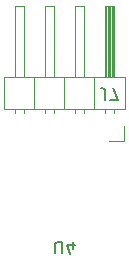
<source format=gbo>
%TF.GenerationSoftware,KiCad,Pcbnew,5.1.0*%
%TF.CreationDate,2019-04-08T01:09:32+02:00*%
%TF.ProjectId,Module_Sensor,4d6f6475-6c65-45f5-9365-6e736f722e6b,rev?*%
%TF.SameCoordinates,Original*%
%TF.FileFunction,Legend,Bot*%
%TF.FilePolarity,Positive*%
%FSLAX46Y46*%
G04 Gerber Fmt 4.6, Leading zero omitted, Abs format (unit mm)*
G04 Created by KiCad (PCBNEW 5.1.0) date 2019-04-08 01:09:32*
%MOMM*%
%LPD*%
G04 APERTURE LIST*
%ADD10C,0.120000*%
%ADD11C,0.150000*%
%ADD12C,0.001000*%
%ADD13R,2.900000X0.650000*%
%ADD14R,0.650000X3.750000*%
%ADD15C,0.100000*%
%ADD16C,1.100000*%
%ADD17O,2.100000X2.100000*%
%ADD18R,2.100000X2.100000*%
%ADD19C,1.000200*%
G04 APERTURE END LIST*
D10*
X137580000Y-143770000D02*
X137580000Y-142500000D01*
X136310000Y-143770000D02*
X137580000Y-143770000D01*
X128310000Y-141457071D02*
X128310000Y-141060000D01*
X129070000Y-141457071D02*
X129070000Y-141060000D01*
X128310000Y-132400000D02*
X128310000Y-138400000D01*
X129070000Y-132400000D02*
X128310000Y-132400000D01*
X129070000Y-138400000D02*
X129070000Y-132400000D01*
X129960000Y-141060000D02*
X129960000Y-138400000D01*
X130850000Y-141457071D02*
X130850000Y-141060000D01*
X131610000Y-141457071D02*
X131610000Y-141060000D01*
X130850000Y-132400000D02*
X130850000Y-138400000D01*
X131610000Y-132400000D02*
X130850000Y-132400000D01*
X131610000Y-138400000D02*
X131610000Y-132400000D01*
X132500000Y-141060000D02*
X132500000Y-138400000D01*
X133390000Y-141457071D02*
X133390000Y-141060000D01*
X134150000Y-141457071D02*
X134150000Y-141060000D01*
X133390000Y-132400000D02*
X133390000Y-138400000D01*
X134150000Y-132400000D02*
X133390000Y-132400000D01*
X134150000Y-138400000D02*
X134150000Y-132400000D01*
X135040000Y-141060000D02*
X135040000Y-138400000D01*
X135930000Y-141390000D02*
X135930000Y-141060000D01*
X136690000Y-141390000D02*
X136690000Y-141060000D01*
X136030000Y-138400000D02*
X136030000Y-132400000D01*
X136150000Y-138400000D02*
X136150000Y-132400000D01*
X136270000Y-138400000D02*
X136270000Y-132400000D01*
X136390000Y-138400000D02*
X136390000Y-132400000D01*
X136510000Y-138400000D02*
X136510000Y-132400000D01*
X136630000Y-138400000D02*
X136630000Y-132400000D01*
X135930000Y-132400000D02*
X135930000Y-138400000D01*
X136690000Y-132400000D02*
X135930000Y-132400000D01*
X136690000Y-138400000D02*
X136690000Y-132400000D01*
X137640000Y-138400000D02*
X137640000Y-141060000D01*
X127360000Y-138400000D02*
X137640000Y-138400000D01*
X127360000Y-141060000D02*
X127360000Y-138400000D01*
X137640000Y-141060000D02*
X127360000Y-141060000D01*
D11*
X131738095Y-153297619D02*
X131738095Y-152488095D01*
X131785714Y-152392857D01*
X131833333Y-152345238D01*
X131928571Y-152297619D01*
X132119047Y-152297619D01*
X132214285Y-152345238D01*
X132261904Y-152392857D01*
X132309523Y-152488095D01*
X132309523Y-153297619D01*
X133214285Y-152964285D02*
X133214285Y-152297619D01*
X132976190Y-153345238D02*
X132738095Y-152630952D01*
X133357142Y-152630952D01*
X135966666Y-140297619D02*
X135966666Y-139583333D01*
X135919047Y-139440476D01*
X135823809Y-139345238D01*
X135680952Y-139297619D01*
X135585714Y-139297619D01*
X136347619Y-140297619D02*
X137014285Y-140297619D01*
X136585714Y-139297619D01*
%LPC*%
D12*
G36*
X128750000Y-149850000D02*
G01*
X136250000Y-149850000D01*
X136250000Y-151400000D01*
X128750000Y-151400000D01*
X128750000Y-149850000D01*
G37*
X128750000Y-149850000D02*
X136250000Y-149850000D01*
X136250000Y-151400000D01*
X128750000Y-151400000D01*
X128750000Y-149850000D01*
D13*
X130000000Y-151275000D03*
X135000000Y-151275000D03*
D14*
X128875000Y-149725000D03*
X136125000Y-149725000D03*
D15*
G36*
X130896955Y-145751324D02*
G01*
X130923650Y-145755284D01*
X130949828Y-145761841D01*
X130975238Y-145770933D01*
X130999634Y-145782472D01*
X131022782Y-145796346D01*
X131044458Y-145812422D01*
X131064454Y-145830546D01*
X131082578Y-145850542D01*
X131098654Y-145872218D01*
X131112528Y-145895366D01*
X131124067Y-145919762D01*
X131133159Y-145945172D01*
X131139716Y-145971350D01*
X131143676Y-145998045D01*
X131145000Y-146025000D01*
X131145000Y-149375000D01*
X131143676Y-149401955D01*
X131139716Y-149428650D01*
X131133159Y-149454828D01*
X131124067Y-149480238D01*
X131112528Y-149504634D01*
X131098654Y-149527782D01*
X131082578Y-149549458D01*
X131064454Y-149569454D01*
X131044458Y-149587578D01*
X131022782Y-149603654D01*
X130999634Y-149617528D01*
X130975238Y-149629067D01*
X130949828Y-149638159D01*
X130923650Y-149644716D01*
X130896955Y-149648676D01*
X130870000Y-149650000D01*
X130320000Y-149650000D01*
X130293045Y-149648676D01*
X130266350Y-149644716D01*
X130240172Y-149638159D01*
X130214762Y-149629067D01*
X130190366Y-149617528D01*
X130167218Y-149603654D01*
X130145542Y-149587578D01*
X130125546Y-149569454D01*
X130107422Y-149549458D01*
X130091346Y-149527782D01*
X130077472Y-149504634D01*
X130065933Y-149480238D01*
X130056841Y-149454828D01*
X130050284Y-149428650D01*
X130046324Y-149401955D01*
X130045000Y-149375000D01*
X130045000Y-146025000D01*
X130046324Y-145998045D01*
X130050284Y-145971350D01*
X130056841Y-145945172D01*
X130065933Y-145919762D01*
X130077472Y-145895366D01*
X130091346Y-145872218D01*
X130107422Y-145850542D01*
X130125546Y-145830546D01*
X130145542Y-145812422D01*
X130167218Y-145796346D01*
X130190366Y-145782472D01*
X130214762Y-145770933D01*
X130240172Y-145761841D01*
X130266350Y-145755284D01*
X130293045Y-145751324D01*
X130320000Y-145750000D01*
X130870000Y-145750000D01*
X130896955Y-145751324D01*
X130896955Y-145751324D01*
G37*
D16*
X130595000Y-147700000D03*
D15*
G36*
X132166955Y-145751324D02*
G01*
X132193650Y-145755284D01*
X132219828Y-145761841D01*
X132245238Y-145770933D01*
X132269634Y-145782472D01*
X132292782Y-145796346D01*
X132314458Y-145812422D01*
X132334454Y-145830546D01*
X132352578Y-145850542D01*
X132368654Y-145872218D01*
X132382528Y-145895366D01*
X132394067Y-145919762D01*
X132403159Y-145945172D01*
X132409716Y-145971350D01*
X132413676Y-145998045D01*
X132415000Y-146025000D01*
X132415000Y-149375000D01*
X132413676Y-149401955D01*
X132409716Y-149428650D01*
X132403159Y-149454828D01*
X132394067Y-149480238D01*
X132382528Y-149504634D01*
X132368654Y-149527782D01*
X132352578Y-149549458D01*
X132334454Y-149569454D01*
X132314458Y-149587578D01*
X132292782Y-149603654D01*
X132269634Y-149617528D01*
X132245238Y-149629067D01*
X132219828Y-149638159D01*
X132193650Y-149644716D01*
X132166955Y-149648676D01*
X132140000Y-149650000D01*
X131590000Y-149650000D01*
X131563045Y-149648676D01*
X131536350Y-149644716D01*
X131510172Y-149638159D01*
X131484762Y-149629067D01*
X131460366Y-149617528D01*
X131437218Y-149603654D01*
X131415542Y-149587578D01*
X131395546Y-149569454D01*
X131377422Y-149549458D01*
X131361346Y-149527782D01*
X131347472Y-149504634D01*
X131335933Y-149480238D01*
X131326841Y-149454828D01*
X131320284Y-149428650D01*
X131316324Y-149401955D01*
X131315000Y-149375000D01*
X131315000Y-146025000D01*
X131316324Y-145998045D01*
X131320284Y-145971350D01*
X131326841Y-145945172D01*
X131335933Y-145919762D01*
X131347472Y-145895366D01*
X131361346Y-145872218D01*
X131377422Y-145850542D01*
X131395546Y-145830546D01*
X131415542Y-145812422D01*
X131437218Y-145796346D01*
X131460366Y-145782472D01*
X131484762Y-145770933D01*
X131510172Y-145761841D01*
X131536350Y-145755284D01*
X131563045Y-145751324D01*
X131590000Y-145750000D01*
X132140000Y-145750000D01*
X132166955Y-145751324D01*
X132166955Y-145751324D01*
G37*
D16*
X131865000Y-147700000D03*
D15*
G36*
X134706955Y-145751324D02*
G01*
X134733650Y-145755284D01*
X134759828Y-145761841D01*
X134785238Y-145770933D01*
X134809634Y-145782472D01*
X134832782Y-145796346D01*
X134854458Y-145812422D01*
X134874454Y-145830546D01*
X134892578Y-145850542D01*
X134908654Y-145872218D01*
X134922528Y-145895366D01*
X134934067Y-145919762D01*
X134943159Y-145945172D01*
X134949716Y-145971350D01*
X134953676Y-145998045D01*
X134955000Y-146025000D01*
X134955000Y-149375000D01*
X134953676Y-149401955D01*
X134949716Y-149428650D01*
X134943159Y-149454828D01*
X134934067Y-149480238D01*
X134922528Y-149504634D01*
X134908654Y-149527782D01*
X134892578Y-149549458D01*
X134874454Y-149569454D01*
X134854458Y-149587578D01*
X134832782Y-149603654D01*
X134809634Y-149617528D01*
X134785238Y-149629067D01*
X134759828Y-149638159D01*
X134733650Y-149644716D01*
X134706955Y-149648676D01*
X134680000Y-149650000D01*
X134130000Y-149650000D01*
X134103045Y-149648676D01*
X134076350Y-149644716D01*
X134050172Y-149638159D01*
X134024762Y-149629067D01*
X134000366Y-149617528D01*
X133977218Y-149603654D01*
X133955542Y-149587578D01*
X133935546Y-149569454D01*
X133917422Y-149549458D01*
X133901346Y-149527782D01*
X133887472Y-149504634D01*
X133875933Y-149480238D01*
X133866841Y-149454828D01*
X133860284Y-149428650D01*
X133856324Y-149401955D01*
X133855000Y-149375000D01*
X133855000Y-146025000D01*
X133856324Y-145998045D01*
X133860284Y-145971350D01*
X133866841Y-145945172D01*
X133875933Y-145919762D01*
X133887472Y-145895366D01*
X133901346Y-145872218D01*
X133917422Y-145850542D01*
X133935546Y-145830546D01*
X133955542Y-145812422D01*
X133977218Y-145796346D01*
X134000366Y-145782472D01*
X134024762Y-145770933D01*
X134050172Y-145761841D01*
X134076350Y-145755284D01*
X134103045Y-145751324D01*
X134130000Y-145750000D01*
X134680000Y-145750000D01*
X134706955Y-145751324D01*
X134706955Y-145751324D01*
G37*
D16*
X134405000Y-147700000D03*
D15*
G36*
X133436955Y-145751324D02*
G01*
X133463650Y-145755284D01*
X133489828Y-145761841D01*
X133515238Y-145770933D01*
X133539634Y-145782472D01*
X133562782Y-145796346D01*
X133584458Y-145812422D01*
X133604454Y-145830546D01*
X133622578Y-145850542D01*
X133638654Y-145872218D01*
X133652528Y-145895366D01*
X133664067Y-145919762D01*
X133673159Y-145945172D01*
X133679716Y-145971350D01*
X133683676Y-145998045D01*
X133685000Y-146025000D01*
X133685000Y-149375000D01*
X133683676Y-149401955D01*
X133679716Y-149428650D01*
X133673159Y-149454828D01*
X133664067Y-149480238D01*
X133652528Y-149504634D01*
X133638654Y-149527782D01*
X133622578Y-149549458D01*
X133604454Y-149569454D01*
X133584458Y-149587578D01*
X133562782Y-149603654D01*
X133539634Y-149617528D01*
X133515238Y-149629067D01*
X133489828Y-149638159D01*
X133463650Y-149644716D01*
X133436955Y-149648676D01*
X133410000Y-149650000D01*
X132860000Y-149650000D01*
X132833045Y-149648676D01*
X132806350Y-149644716D01*
X132780172Y-149638159D01*
X132754762Y-149629067D01*
X132730366Y-149617528D01*
X132707218Y-149603654D01*
X132685542Y-149587578D01*
X132665546Y-149569454D01*
X132647422Y-149549458D01*
X132631346Y-149527782D01*
X132617472Y-149504634D01*
X132605933Y-149480238D01*
X132596841Y-149454828D01*
X132590284Y-149428650D01*
X132586324Y-149401955D01*
X132585000Y-149375000D01*
X132585000Y-146025000D01*
X132586324Y-145998045D01*
X132590284Y-145971350D01*
X132596841Y-145945172D01*
X132605933Y-145919762D01*
X132617472Y-145895366D01*
X132631346Y-145872218D01*
X132647422Y-145850542D01*
X132665546Y-145830546D01*
X132685542Y-145812422D01*
X132707218Y-145796346D01*
X132730366Y-145782472D01*
X132754762Y-145770933D01*
X132780172Y-145761841D01*
X132806350Y-145755284D01*
X132833045Y-145751324D01*
X132860000Y-145750000D01*
X133410000Y-145750000D01*
X133436955Y-145751324D01*
X133436955Y-145751324D01*
G37*
D16*
X133135000Y-147700000D03*
D17*
X128690000Y-142500000D03*
X131230000Y-142500000D03*
X133770000Y-142500000D03*
D18*
X136310000Y-142500000D03*
D19*
X128000000Y-153750000D03*
X137000000Y-153750000D03*
M02*

</source>
